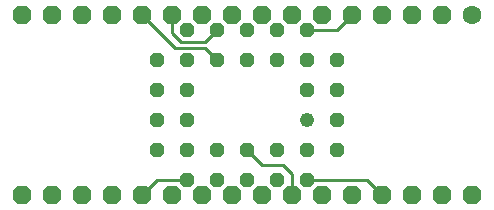
<source format=gbr>
G04 EAGLE Gerber RS-274X export*
G75*
%MOMM*%
%FSLAX34Y34*%
%LPD*%
%INTop Copper*%
%IPPOS*%
%AMOC8*
5,1,8,0,0,1.08239X$1,22.5*%
G01*
%ADD10C,1.600200*%
%ADD11P,1.732040X8X202.500000*%
%ADD12C,1.219200*%
%ADD13P,1.319650X8X292.500000*%
%ADD14C,0.254000*%


D10*
X393700Y165100D03*
D11*
X368300Y165100D03*
X342900Y165100D03*
X317500Y165100D03*
X292100Y165100D03*
X266700Y165100D03*
X241300Y165100D03*
X215900Y165100D03*
X190500Y165100D03*
X165100Y165100D03*
X139700Y165100D03*
X114300Y165100D03*
X88900Y165100D03*
X63500Y165100D03*
X38100Y165100D03*
X12700Y165100D03*
X12700Y12700D03*
X38100Y12700D03*
X63500Y12700D03*
X88900Y12700D03*
X114300Y12700D03*
X139700Y12700D03*
X165100Y12700D03*
X190500Y12700D03*
X215900Y12700D03*
X241300Y12700D03*
X266700Y12700D03*
X292100Y12700D03*
X317500Y12700D03*
X342900Y12700D03*
X368300Y12700D03*
X393700Y12700D03*
D12*
X254000Y76200D03*
D13*
X279400Y101600D03*
X254000Y101600D03*
X279400Y127000D03*
X254000Y152400D03*
X254000Y127000D03*
X228600Y152400D03*
X228600Y127000D03*
X203200Y152400D03*
X203200Y127000D03*
X177800Y152400D03*
X177800Y127000D03*
X152400Y152400D03*
X127000Y127000D03*
X152400Y127000D03*
X127000Y101600D03*
X152400Y101600D03*
X127000Y76200D03*
X152400Y76200D03*
X127000Y50800D03*
X152400Y25400D03*
X152400Y50800D03*
X177800Y25400D03*
X177800Y50800D03*
X203200Y25400D03*
X203200Y50800D03*
X228600Y25400D03*
X228600Y50800D03*
X254000Y25400D03*
X279400Y50800D03*
X254000Y50800D03*
X279400Y76200D03*
D14*
X279400Y152400D02*
X292100Y165100D01*
X279400Y152400D02*
X254000Y152400D01*
X177800Y152400D02*
X167640Y142240D01*
X139700Y149860D02*
X139700Y165100D01*
X139700Y149860D02*
X147320Y142240D01*
X167640Y142240D01*
X142240Y137160D02*
X114300Y165100D01*
X167640Y137160D02*
X177800Y127000D01*
X167640Y137160D02*
X142240Y137160D01*
X233680Y38100D02*
X241300Y30480D01*
X215900Y38100D02*
X203200Y50800D01*
X241300Y30480D02*
X241300Y12700D01*
X233680Y38100D02*
X215900Y38100D01*
X304800Y25400D02*
X317500Y12700D01*
X304800Y25400D02*
X254000Y25400D01*
X127000Y25400D02*
X114300Y12700D01*
X127000Y25400D02*
X152400Y25400D01*
M02*

</source>
